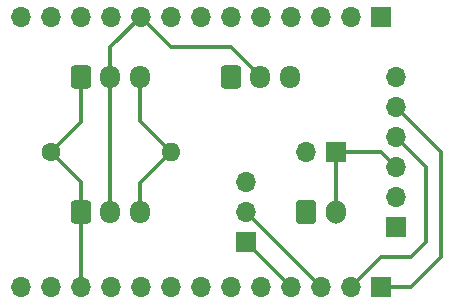
<source format=gbr>
G04 #@! TF.GenerationSoftware,KiCad,Pcbnew,9.0.0*
G04 #@! TF.CreationDate,2025-04-11T23:40:49+02:00*
G04 #@! TF.ProjectId,1-Wire HAT for WT32-ETH01,312d5769-7265-4204-9841-5420666f7220,rev?*
G04 #@! TF.SameCoordinates,Original*
G04 #@! TF.FileFunction,Copper,L2,Bot*
G04 #@! TF.FilePolarity,Positive*
%FSLAX46Y46*%
G04 Gerber Fmt 4.6, Leading zero omitted, Abs format (unit mm)*
G04 Created by KiCad (PCBNEW 9.0.0) date 2025-04-11 23:40:49*
%MOMM*%
%LPD*%
G01*
G04 APERTURE LIST*
G04 Aperture macros list*
%AMRoundRect*
0 Rectangle with rounded corners*
0 $1 Rounding radius*
0 $2 $3 $4 $5 $6 $7 $8 $9 X,Y pos of 4 corners*
0 Add a 4 corners polygon primitive as box body*
4,1,4,$2,$3,$4,$5,$6,$7,$8,$9,$2,$3,0*
0 Add four circle primitives for the rounded corners*
1,1,$1+$1,$2,$3*
1,1,$1+$1,$4,$5*
1,1,$1+$1,$6,$7*
1,1,$1+$1,$8,$9*
0 Add four rect primitives between the rounded corners*
20,1,$1+$1,$2,$3,$4,$5,0*
20,1,$1+$1,$4,$5,$6,$7,0*
20,1,$1+$1,$6,$7,$8,$9,0*
20,1,$1+$1,$8,$9,$2,$3,0*%
G04 Aperture macros list end*
G04 #@! TA.AperFunction,ComponentPad*
%ADD10C,1.600000*%
G04 #@! TD*
G04 #@! TA.AperFunction,ComponentPad*
%ADD11O,1.600000X1.600000*%
G04 #@! TD*
G04 #@! TA.AperFunction,ComponentPad*
%ADD12RoundRect,0.250000X-0.600000X-0.750000X0.600000X-0.750000X0.600000X0.750000X-0.600000X0.750000X0*%
G04 #@! TD*
G04 #@! TA.AperFunction,ComponentPad*
%ADD13O,1.700000X2.000000*%
G04 #@! TD*
G04 #@! TA.AperFunction,ComponentPad*
%ADD14RoundRect,0.250000X-0.600000X-0.725000X0.600000X-0.725000X0.600000X0.725000X-0.600000X0.725000X0*%
G04 #@! TD*
G04 #@! TA.AperFunction,ComponentPad*
%ADD15O,1.700000X1.950000*%
G04 #@! TD*
G04 #@! TA.AperFunction,ComponentPad*
%ADD16R,1.700000X1.700000*%
G04 #@! TD*
G04 #@! TA.AperFunction,ComponentPad*
%ADD17O,1.700000X1.700000*%
G04 #@! TD*
G04 #@! TA.AperFunction,Conductor*
%ADD18C,0.300000*%
G04 #@! TD*
G04 #@! TA.AperFunction,Conductor*
%ADD19C,0.200000*%
G04 #@! TD*
G04 APERTURE END LIST*
D10*
X103910000Y-112700000D03*
D11*
X114070000Y-112700000D03*
D12*
X125540000Y-117780000D03*
D13*
X128040000Y-117780000D03*
D14*
X119150000Y-106350000D03*
D15*
X121650000Y-106350000D03*
X124150000Y-106350000D03*
D14*
X106450000Y-106350000D03*
D15*
X108950000Y-106350000D03*
X111450000Y-106350000D03*
D16*
X133120000Y-119050000D03*
D17*
X133120000Y-116510000D03*
X133120000Y-113970000D03*
X133120000Y-111430000D03*
X133120000Y-108890000D03*
X133120000Y-106350000D03*
D14*
X106450000Y-117780000D03*
D15*
X108950000Y-117780000D03*
X111450000Y-117780000D03*
D16*
X128045000Y-112700000D03*
D17*
X125505000Y-112700000D03*
D16*
X120420000Y-120320000D03*
D17*
X120420000Y-117780000D03*
X120420000Y-115240000D03*
D16*
X131850000Y-124130000D03*
D17*
X129310000Y-124130000D03*
X126770000Y-124130000D03*
X124230000Y-124130000D03*
X121690000Y-124130000D03*
X119150000Y-124130000D03*
X116610000Y-124130000D03*
X114070000Y-124130000D03*
X111530000Y-124130000D03*
X108990000Y-124130000D03*
X106450000Y-124130000D03*
X103910000Y-124130000D03*
X101370000Y-124130000D03*
D16*
X131850000Y-101270000D03*
D17*
X129310000Y-101270000D03*
X126770000Y-101270000D03*
X124230000Y-101270000D03*
X121690000Y-101270000D03*
X119150000Y-101270000D03*
X116610000Y-101270000D03*
X114070000Y-101270000D03*
X111530000Y-101270000D03*
X108990000Y-101270000D03*
X106450000Y-101270000D03*
X103910000Y-101270000D03*
X101370000Y-101270000D03*
D18*
X131850000Y-112700000D02*
X128045000Y-112700000D01*
X106450000Y-110160000D02*
X103910000Y-112700000D01*
X114070000Y-103810000D02*
X111530000Y-101270000D01*
X111450000Y-117780000D02*
X111450000Y-115320000D01*
X135660000Y-113970000D02*
X135660000Y-120320000D01*
X108950000Y-117780000D02*
X108950000Y-106350000D01*
X121650000Y-106350000D02*
X121650000Y-106310000D01*
D19*
X128045000Y-117775000D02*
X128040000Y-117780000D01*
D18*
X106450000Y-115240000D02*
X103910000Y-112700000D01*
X106450000Y-106223000D02*
X106450000Y-110160000D01*
X133120000Y-113970000D02*
X131850000Y-112700000D01*
X121650000Y-106310000D02*
X119150000Y-103810000D01*
X120420000Y-120320000D02*
X124230000Y-124130000D01*
X120420000Y-117780000D02*
X126770000Y-124130000D01*
X128045000Y-112700000D02*
X128045000Y-117775000D01*
X135660000Y-120320000D02*
X134390000Y-121590000D01*
X133120000Y-108890000D02*
X136930000Y-112700000D01*
X125540000Y-117780000D02*
X125540000Y-117820000D01*
X133120000Y-111430000D02*
X135660000Y-113970000D01*
X119150000Y-103810000D02*
X114070000Y-103810000D01*
X129310000Y-124130000D02*
X131850000Y-121590000D01*
X134390000Y-124130000D02*
X136930000Y-121590000D01*
X134390000Y-121590000D02*
X131850000Y-121590000D01*
X136930000Y-112700000D02*
X136930000Y-121590000D01*
X131850000Y-124130000D02*
X134390000Y-124130000D01*
X111450000Y-115320000D02*
X114070000Y-112700000D01*
X108950000Y-103850000D02*
X111530000Y-101270000D01*
X106450000Y-117780000D02*
X106450000Y-115240000D01*
X108950000Y-106350000D02*
X108950000Y-103850000D01*
X111450000Y-110080000D02*
X114070000Y-112700000D01*
X106450000Y-117780000D02*
X106450000Y-124130000D01*
X111450000Y-106223000D02*
X111450000Y-110080000D01*
M02*

</source>
